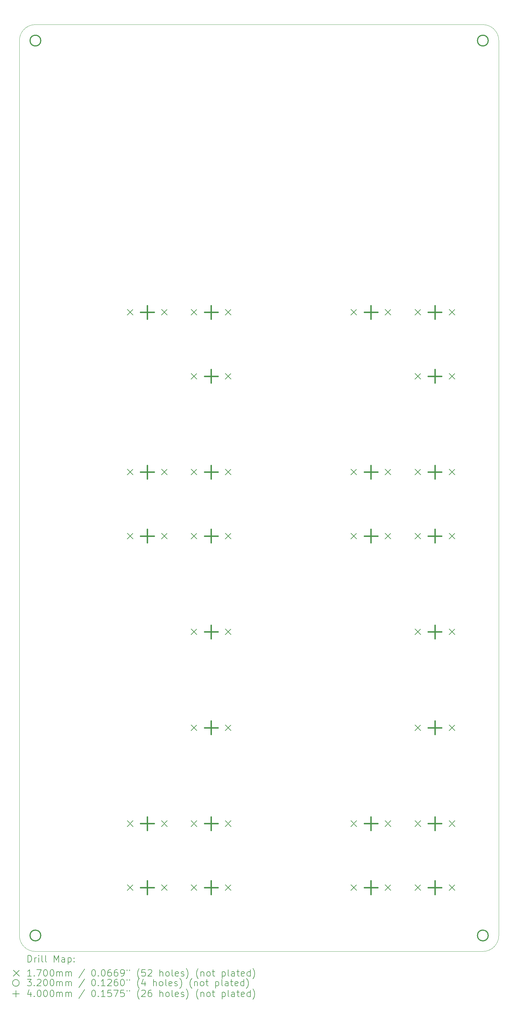
<source format=gbr>
%FSLAX45Y45*%
G04 Gerber Fmt 4.5, Leading zero omitted, Abs format (unit mm)*
G04 Created by KiCad (PCBNEW (6.0.2)) date 2023-01-10 12:42:33*
%MOMM*%
%LPD*%
G01*
G04 APERTURE LIST*
%TA.AperFunction,Profile*%
%ADD10C,0.100000*%
%TD*%
%ADD11C,0.200000*%
%ADD12C,0.170000*%
%ADD13C,0.320000*%
%ADD14C,0.400000*%
G04 APERTURE END LIST*
D10*
X8075000Y-5700000D02*
X21375000Y-5700000D01*
X21850000Y-6175000D02*
G75*
G03*
X21375000Y-5700000I-475000J0D01*
G01*
X21850000Y-32775000D02*
X21850000Y-6175000D01*
X8075000Y-5700000D02*
G75*
G03*
X7600000Y-6175000I0J-475000D01*
G01*
X7600000Y-32775000D02*
X7600000Y-6175000D01*
X7600000Y-32775000D02*
G75*
G03*
X8075000Y-33250000I475000J0D01*
G01*
X21375000Y-33250000D02*
X8075000Y-33250000D01*
X21375000Y-33250000D02*
G75*
G03*
X21850000Y-32775000I0J475000D01*
G01*
D11*
D12*
X10807000Y-14165000D02*
X10977000Y-14335000D01*
X10977000Y-14165000D02*
X10807000Y-14335000D01*
X10807000Y-18915000D02*
X10977000Y-19085000D01*
X10977000Y-18915000D02*
X10807000Y-19085000D01*
X10807000Y-20815000D02*
X10977000Y-20985000D01*
X10977000Y-20815000D02*
X10807000Y-20985000D01*
X10807000Y-29365000D02*
X10977000Y-29535000D01*
X10977000Y-29365000D02*
X10807000Y-29535000D01*
X10807000Y-31265000D02*
X10977000Y-31435000D01*
X10977000Y-31265000D02*
X10807000Y-31435000D01*
X11823000Y-14165000D02*
X11993000Y-14335000D01*
X11993000Y-14165000D02*
X11823000Y-14335000D01*
X11823000Y-18915000D02*
X11993000Y-19085000D01*
X11993000Y-18915000D02*
X11823000Y-19085000D01*
X11823000Y-20815000D02*
X11993000Y-20985000D01*
X11993000Y-20815000D02*
X11823000Y-20985000D01*
X11823000Y-29365000D02*
X11993000Y-29535000D01*
X11993000Y-29365000D02*
X11823000Y-29535000D01*
X11823000Y-31265000D02*
X11993000Y-31435000D01*
X11993000Y-31265000D02*
X11823000Y-31435000D01*
X12707000Y-14165000D02*
X12877000Y-14335000D01*
X12877000Y-14165000D02*
X12707000Y-14335000D01*
X12707000Y-16065000D02*
X12877000Y-16235000D01*
X12877000Y-16065000D02*
X12707000Y-16235000D01*
X12707000Y-18915000D02*
X12877000Y-19085000D01*
X12877000Y-18915000D02*
X12707000Y-19085000D01*
X12707000Y-20815000D02*
X12877000Y-20985000D01*
X12877000Y-20815000D02*
X12707000Y-20985000D01*
X12707000Y-23665000D02*
X12877000Y-23835000D01*
X12877000Y-23665000D02*
X12707000Y-23835000D01*
X12707000Y-26515000D02*
X12877000Y-26685000D01*
X12877000Y-26515000D02*
X12707000Y-26685000D01*
X12707000Y-29365000D02*
X12877000Y-29535000D01*
X12877000Y-29365000D02*
X12707000Y-29535000D01*
X12707000Y-31265000D02*
X12877000Y-31435000D01*
X12877000Y-31265000D02*
X12707000Y-31435000D01*
X13723000Y-14165000D02*
X13893000Y-14335000D01*
X13893000Y-14165000D02*
X13723000Y-14335000D01*
X13723000Y-16065000D02*
X13893000Y-16235000D01*
X13893000Y-16065000D02*
X13723000Y-16235000D01*
X13723000Y-18915000D02*
X13893000Y-19085000D01*
X13893000Y-18915000D02*
X13723000Y-19085000D01*
X13723000Y-20815000D02*
X13893000Y-20985000D01*
X13893000Y-20815000D02*
X13723000Y-20985000D01*
X13723000Y-23665000D02*
X13893000Y-23835000D01*
X13893000Y-23665000D02*
X13723000Y-23835000D01*
X13723000Y-26515000D02*
X13893000Y-26685000D01*
X13893000Y-26515000D02*
X13723000Y-26685000D01*
X13723000Y-29365000D02*
X13893000Y-29535000D01*
X13893000Y-29365000D02*
X13723000Y-29535000D01*
X13723000Y-31265000D02*
X13893000Y-31435000D01*
X13893000Y-31265000D02*
X13723000Y-31435000D01*
X17457000Y-14165000D02*
X17627000Y-14335000D01*
X17627000Y-14165000D02*
X17457000Y-14335000D01*
X17457000Y-18915000D02*
X17627000Y-19085000D01*
X17627000Y-18915000D02*
X17457000Y-19085000D01*
X17457000Y-20815000D02*
X17627000Y-20985000D01*
X17627000Y-20815000D02*
X17457000Y-20985000D01*
X17457000Y-29365000D02*
X17627000Y-29535000D01*
X17627000Y-29365000D02*
X17457000Y-29535000D01*
X17457000Y-31265000D02*
X17627000Y-31435000D01*
X17627000Y-31265000D02*
X17457000Y-31435000D01*
X18473000Y-14165000D02*
X18643000Y-14335000D01*
X18643000Y-14165000D02*
X18473000Y-14335000D01*
X18473000Y-18915000D02*
X18643000Y-19085000D01*
X18643000Y-18915000D02*
X18473000Y-19085000D01*
X18473000Y-20815000D02*
X18643000Y-20985000D01*
X18643000Y-20815000D02*
X18473000Y-20985000D01*
X18473000Y-29365000D02*
X18643000Y-29535000D01*
X18643000Y-29365000D02*
X18473000Y-29535000D01*
X18473000Y-31265000D02*
X18643000Y-31435000D01*
X18643000Y-31265000D02*
X18473000Y-31435000D01*
X19357000Y-14165000D02*
X19527000Y-14335000D01*
X19527000Y-14165000D02*
X19357000Y-14335000D01*
X19357000Y-16065000D02*
X19527000Y-16235000D01*
X19527000Y-16065000D02*
X19357000Y-16235000D01*
X19357000Y-18915000D02*
X19527000Y-19085000D01*
X19527000Y-18915000D02*
X19357000Y-19085000D01*
X19357000Y-20815000D02*
X19527000Y-20985000D01*
X19527000Y-20815000D02*
X19357000Y-20985000D01*
X19357000Y-23665000D02*
X19527000Y-23835000D01*
X19527000Y-23665000D02*
X19357000Y-23835000D01*
X19357000Y-26515000D02*
X19527000Y-26685000D01*
X19527000Y-26515000D02*
X19357000Y-26685000D01*
X19357000Y-29365000D02*
X19527000Y-29535000D01*
X19527000Y-29365000D02*
X19357000Y-29535000D01*
X19357000Y-31265000D02*
X19527000Y-31435000D01*
X19527000Y-31265000D02*
X19357000Y-31435000D01*
X20373000Y-14165000D02*
X20543000Y-14335000D01*
X20543000Y-14165000D02*
X20373000Y-14335000D01*
X20373000Y-16065000D02*
X20543000Y-16235000D01*
X20543000Y-16065000D02*
X20373000Y-16235000D01*
X20373000Y-18915000D02*
X20543000Y-19085000D01*
X20543000Y-18915000D02*
X20373000Y-19085000D01*
X20373000Y-20815000D02*
X20543000Y-20985000D01*
X20543000Y-20815000D02*
X20373000Y-20985000D01*
X20373000Y-23665000D02*
X20543000Y-23835000D01*
X20543000Y-23665000D02*
X20373000Y-23835000D01*
X20373000Y-26515000D02*
X20543000Y-26685000D01*
X20543000Y-26515000D02*
X20373000Y-26685000D01*
X20373000Y-29365000D02*
X20543000Y-29535000D01*
X20543000Y-29365000D02*
X20373000Y-29535000D01*
X20373000Y-31265000D02*
X20543000Y-31435000D01*
X20543000Y-31265000D02*
X20373000Y-31435000D01*
D13*
X8235000Y-6175000D02*
G75*
G03*
X8235000Y-6175000I-160000J0D01*
G01*
X8235000Y-32775000D02*
G75*
G03*
X8235000Y-32775000I-160000J0D01*
G01*
X21535000Y-6175000D02*
G75*
G03*
X21535000Y-6175000I-160000J0D01*
G01*
X21535000Y-32775000D02*
G75*
G03*
X21535000Y-32775000I-160000J0D01*
G01*
D14*
X11400000Y-14050000D02*
X11400000Y-14450000D01*
X11200000Y-14250000D02*
X11600000Y-14250000D01*
X11400000Y-18800000D02*
X11400000Y-19200000D01*
X11200000Y-19000000D02*
X11600000Y-19000000D01*
X11400000Y-20700000D02*
X11400000Y-21100000D01*
X11200000Y-20900000D02*
X11600000Y-20900000D01*
X11400000Y-29250000D02*
X11400000Y-29650000D01*
X11200000Y-29450000D02*
X11600000Y-29450000D01*
X11400000Y-31150000D02*
X11400000Y-31550000D01*
X11200000Y-31350000D02*
X11600000Y-31350000D01*
X13300000Y-14050000D02*
X13300000Y-14450000D01*
X13100000Y-14250000D02*
X13500000Y-14250000D01*
X13300000Y-15950000D02*
X13300000Y-16350000D01*
X13100000Y-16150000D02*
X13500000Y-16150000D01*
X13300000Y-18800000D02*
X13300000Y-19200000D01*
X13100000Y-19000000D02*
X13500000Y-19000000D01*
X13300000Y-20700000D02*
X13300000Y-21100000D01*
X13100000Y-20900000D02*
X13500000Y-20900000D01*
X13300000Y-23550000D02*
X13300000Y-23950000D01*
X13100000Y-23750000D02*
X13500000Y-23750000D01*
X13300000Y-26400000D02*
X13300000Y-26800000D01*
X13100000Y-26600000D02*
X13500000Y-26600000D01*
X13300000Y-29250000D02*
X13300000Y-29650000D01*
X13100000Y-29450000D02*
X13500000Y-29450000D01*
X13300000Y-31150000D02*
X13300000Y-31550000D01*
X13100000Y-31350000D02*
X13500000Y-31350000D01*
X18050000Y-14050000D02*
X18050000Y-14450000D01*
X17850000Y-14250000D02*
X18250000Y-14250000D01*
X18050000Y-18800000D02*
X18050000Y-19200000D01*
X17850000Y-19000000D02*
X18250000Y-19000000D01*
X18050000Y-20700000D02*
X18050000Y-21100000D01*
X17850000Y-20900000D02*
X18250000Y-20900000D01*
X18050000Y-29250000D02*
X18050000Y-29650000D01*
X17850000Y-29450000D02*
X18250000Y-29450000D01*
X18050000Y-31150000D02*
X18050000Y-31550000D01*
X17850000Y-31350000D02*
X18250000Y-31350000D01*
X19950000Y-14050000D02*
X19950000Y-14450000D01*
X19750000Y-14250000D02*
X20150000Y-14250000D01*
X19950000Y-15950000D02*
X19950000Y-16350000D01*
X19750000Y-16150000D02*
X20150000Y-16150000D01*
X19950000Y-18800000D02*
X19950000Y-19200000D01*
X19750000Y-19000000D02*
X20150000Y-19000000D01*
X19950000Y-20700000D02*
X19950000Y-21100000D01*
X19750000Y-20900000D02*
X20150000Y-20900000D01*
X19950000Y-23550000D02*
X19950000Y-23950000D01*
X19750000Y-23750000D02*
X20150000Y-23750000D01*
X19950000Y-26400000D02*
X19950000Y-26800000D01*
X19750000Y-26600000D02*
X20150000Y-26600000D01*
X19950000Y-29250000D02*
X19950000Y-29650000D01*
X19750000Y-29450000D02*
X20150000Y-29450000D01*
X19950000Y-31150000D02*
X19950000Y-31550000D01*
X19750000Y-31350000D02*
X20150000Y-31350000D01*
D11*
X7852619Y-33565476D02*
X7852619Y-33365476D01*
X7900238Y-33365476D01*
X7928809Y-33375000D01*
X7947857Y-33394048D01*
X7957381Y-33413095D01*
X7966905Y-33451190D01*
X7966905Y-33479762D01*
X7957381Y-33517857D01*
X7947857Y-33536905D01*
X7928809Y-33555952D01*
X7900238Y-33565476D01*
X7852619Y-33565476D01*
X8052619Y-33565476D02*
X8052619Y-33432143D01*
X8052619Y-33470238D02*
X8062143Y-33451190D01*
X8071667Y-33441667D01*
X8090714Y-33432143D01*
X8109762Y-33432143D01*
X8176428Y-33565476D02*
X8176428Y-33432143D01*
X8176428Y-33365476D02*
X8166905Y-33375000D01*
X8176428Y-33384524D01*
X8185952Y-33375000D01*
X8176428Y-33365476D01*
X8176428Y-33384524D01*
X8300238Y-33565476D02*
X8281190Y-33555952D01*
X8271667Y-33536905D01*
X8271667Y-33365476D01*
X8405000Y-33565476D02*
X8385952Y-33555952D01*
X8376428Y-33536905D01*
X8376428Y-33365476D01*
X8633571Y-33565476D02*
X8633571Y-33365476D01*
X8700238Y-33508333D01*
X8766905Y-33365476D01*
X8766905Y-33565476D01*
X8947857Y-33565476D02*
X8947857Y-33460714D01*
X8938333Y-33441667D01*
X8919286Y-33432143D01*
X8881190Y-33432143D01*
X8862143Y-33441667D01*
X8947857Y-33555952D02*
X8928810Y-33565476D01*
X8881190Y-33565476D01*
X8862143Y-33555952D01*
X8852619Y-33536905D01*
X8852619Y-33517857D01*
X8862143Y-33498809D01*
X8881190Y-33489286D01*
X8928810Y-33489286D01*
X8947857Y-33479762D01*
X9043095Y-33432143D02*
X9043095Y-33632143D01*
X9043095Y-33441667D02*
X9062143Y-33432143D01*
X9100238Y-33432143D01*
X9119286Y-33441667D01*
X9128810Y-33451190D01*
X9138333Y-33470238D01*
X9138333Y-33527381D01*
X9128810Y-33546428D01*
X9119286Y-33555952D01*
X9100238Y-33565476D01*
X9062143Y-33565476D01*
X9043095Y-33555952D01*
X9224048Y-33546428D02*
X9233571Y-33555952D01*
X9224048Y-33565476D01*
X9214524Y-33555952D01*
X9224048Y-33546428D01*
X9224048Y-33565476D01*
X9224048Y-33441667D02*
X9233571Y-33451190D01*
X9224048Y-33460714D01*
X9214524Y-33451190D01*
X9224048Y-33441667D01*
X9224048Y-33460714D01*
D12*
X7425000Y-33810000D02*
X7595000Y-33980000D01*
X7595000Y-33810000D02*
X7425000Y-33980000D01*
D11*
X7957381Y-33985476D02*
X7843095Y-33985476D01*
X7900238Y-33985476D02*
X7900238Y-33785476D01*
X7881190Y-33814048D01*
X7862143Y-33833095D01*
X7843095Y-33842619D01*
X8043095Y-33966429D02*
X8052619Y-33975952D01*
X8043095Y-33985476D01*
X8033571Y-33975952D01*
X8043095Y-33966429D01*
X8043095Y-33985476D01*
X8119286Y-33785476D02*
X8252619Y-33785476D01*
X8166905Y-33985476D01*
X8366905Y-33785476D02*
X8385952Y-33785476D01*
X8405000Y-33795000D01*
X8414524Y-33804524D01*
X8424048Y-33823571D01*
X8433571Y-33861667D01*
X8433571Y-33909286D01*
X8424048Y-33947381D01*
X8414524Y-33966429D01*
X8405000Y-33975952D01*
X8385952Y-33985476D01*
X8366905Y-33985476D01*
X8347857Y-33975952D01*
X8338333Y-33966429D01*
X8328809Y-33947381D01*
X8319286Y-33909286D01*
X8319286Y-33861667D01*
X8328809Y-33823571D01*
X8338333Y-33804524D01*
X8347857Y-33795000D01*
X8366905Y-33785476D01*
X8557381Y-33785476D02*
X8576429Y-33785476D01*
X8595476Y-33795000D01*
X8605000Y-33804524D01*
X8614524Y-33823571D01*
X8624048Y-33861667D01*
X8624048Y-33909286D01*
X8614524Y-33947381D01*
X8605000Y-33966429D01*
X8595476Y-33975952D01*
X8576429Y-33985476D01*
X8557381Y-33985476D01*
X8538333Y-33975952D01*
X8528810Y-33966429D01*
X8519286Y-33947381D01*
X8509762Y-33909286D01*
X8509762Y-33861667D01*
X8519286Y-33823571D01*
X8528810Y-33804524D01*
X8538333Y-33795000D01*
X8557381Y-33785476D01*
X8709762Y-33985476D02*
X8709762Y-33852143D01*
X8709762Y-33871190D02*
X8719286Y-33861667D01*
X8738333Y-33852143D01*
X8766905Y-33852143D01*
X8785952Y-33861667D01*
X8795476Y-33880714D01*
X8795476Y-33985476D01*
X8795476Y-33880714D02*
X8805000Y-33861667D01*
X8824048Y-33852143D01*
X8852619Y-33852143D01*
X8871667Y-33861667D01*
X8881190Y-33880714D01*
X8881190Y-33985476D01*
X8976429Y-33985476D02*
X8976429Y-33852143D01*
X8976429Y-33871190D02*
X8985952Y-33861667D01*
X9005000Y-33852143D01*
X9033571Y-33852143D01*
X9052619Y-33861667D01*
X9062143Y-33880714D01*
X9062143Y-33985476D01*
X9062143Y-33880714D02*
X9071667Y-33861667D01*
X9090714Y-33852143D01*
X9119286Y-33852143D01*
X9138333Y-33861667D01*
X9147857Y-33880714D01*
X9147857Y-33985476D01*
X9538333Y-33775952D02*
X9366905Y-34033095D01*
X9795476Y-33785476D02*
X9814524Y-33785476D01*
X9833571Y-33795000D01*
X9843095Y-33804524D01*
X9852619Y-33823571D01*
X9862143Y-33861667D01*
X9862143Y-33909286D01*
X9852619Y-33947381D01*
X9843095Y-33966429D01*
X9833571Y-33975952D01*
X9814524Y-33985476D01*
X9795476Y-33985476D01*
X9776429Y-33975952D01*
X9766905Y-33966429D01*
X9757381Y-33947381D01*
X9747857Y-33909286D01*
X9747857Y-33861667D01*
X9757381Y-33823571D01*
X9766905Y-33804524D01*
X9776429Y-33795000D01*
X9795476Y-33785476D01*
X9947857Y-33966429D02*
X9957381Y-33975952D01*
X9947857Y-33985476D01*
X9938333Y-33975952D01*
X9947857Y-33966429D01*
X9947857Y-33985476D01*
X10081190Y-33785476D02*
X10100238Y-33785476D01*
X10119286Y-33795000D01*
X10128810Y-33804524D01*
X10138333Y-33823571D01*
X10147857Y-33861667D01*
X10147857Y-33909286D01*
X10138333Y-33947381D01*
X10128810Y-33966429D01*
X10119286Y-33975952D01*
X10100238Y-33985476D01*
X10081190Y-33985476D01*
X10062143Y-33975952D01*
X10052619Y-33966429D01*
X10043095Y-33947381D01*
X10033571Y-33909286D01*
X10033571Y-33861667D01*
X10043095Y-33823571D01*
X10052619Y-33804524D01*
X10062143Y-33795000D01*
X10081190Y-33785476D01*
X10319286Y-33785476D02*
X10281190Y-33785476D01*
X10262143Y-33795000D01*
X10252619Y-33804524D01*
X10233571Y-33833095D01*
X10224048Y-33871190D01*
X10224048Y-33947381D01*
X10233571Y-33966429D01*
X10243095Y-33975952D01*
X10262143Y-33985476D01*
X10300238Y-33985476D01*
X10319286Y-33975952D01*
X10328810Y-33966429D01*
X10338333Y-33947381D01*
X10338333Y-33899762D01*
X10328810Y-33880714D01*
X10319286Y-33871190D01*
X10300238Y-33861667D01*
X10262143Y-33861667D01*
X10243095Y-33871190D01*
X10233571Y-33880714D01*
X10224048Y-33899762D01*
X10509762Y-33785476D02*
X10471667Y-33785476D01*
X10452619Y-33795000D01*
X10443095Y-33804524D01*
X10424048Y-33833095D01*
X10414524Y-33871190D01*
X10414524Y-33947381D01*
X10424048Y-33966429D01*
X10433571Y-33975952D01*
X10452619Y-33985476D01*
X10490714Y-33985476D01*
X10509762Y-33975952D01*
X10519286Y-33966429D01*
X10528810Y-33947381D01*
X10528810Y-33899762D01*
X10519286Y-33880714D01*
X10509762Y-33871190D01*
X10490714Y-33861667D01*
X10452619Y-33861667D01*
X10433571Y-33871190D01*
X10424048Y-33880714D01*
X10414524Y-33899762D01*
X10624048Y-33985476D02*
X10662143Y-33985476D01*
X10681190Y-33975952D01*
X10690714Y-33966429D01*
X10709762Y-33937857D01*
X10719286Y-33899762D01*
X10719286Y-33823571D01*
X10709762Y-33804524D01*
X10700238Y-33795000D01*
X10681190Y-33785476D01*
X10643095Y-33785476D01*
X10624048Y-33795000D01*
X10614524Y-33804524D01*
X10605000Y-33823571D01*
X10605000Y-33871190D01*
X10614524Y-33890238D01*
X10624048Y-33899762D01*
X10643095Y-33909286D01*
X10681190Y-33909286D01*
X10700238Y-33899762D01*
X10709762Y-33890238D01*
X10719286Y-33871190D01*
X10795476Y-33785476D02*
X10795476Y-33823571D01*
X10871667Y-33785476D02*
X10871667Y-33823571D01*
X11166905Y-34061667D02*
X11157381Y-34052143D01*
X11138333Y-34023571D01*
X11128810Y-34004524D01*
X11119286Y-33975952D01*
X11109762Y-33928333D01*
X11109762Y-33890238D01*
X11119286Y-33842619D01*
X11128810Y-33814048D01*
X11138333Y-33795000D01*
X11157381Y-33766429D01*
X11166905Y-33756905D01*
X11338333Y-33785476D02*
X11243095Y-33785476D01*
X11233571Y-33880714D01*
X11243095Y-33871190D01*
X11262143Y-33861667D01*
X11309762Y-33861667D01*
X11328809Y-33871190D01*
X11338333Y-33880714D01*
X11347857Y-33899762D01*
X11347857Y-33947381D01*
X11338333Y-33966429D01*
X11328809Y-33975952D01*
X11309762Y-33985476D01*
X11262143Y-33985476D01*
X11243095Y-33975952D01*
X11233571Y-33966429D01*
X11424048Y-33804524D02*
X11433571Y-33795000D01*
X11452619Y-33785476D01*
X11500238Y-33785476D01*
X11519286Y-33795000D01*
X11528809Y-33804524D01*
X11538333Y-33823571D01*
X11538333Y-33842619D01*
X11528809Y-33871190D01*
X11414524Y-33985476D01*
X11538333Y-33985476D01*
X11776428Y-33985476D02*
X11776428Y-33785476D01*
X11862143Y-33985476D02*
X11862143Y-33880714D01*
X11852619Y-33861667D01*
X11833571Y-33852143D01*
X11805000Y-33852143D01*
X11785952Y-33861667D01*
X11776428Y-33871190D01*
X11985952Y-33985476D02*
X11966905Y-33975952D01*
X11957381Y-33966429D01*
X11947857Y-33947381D01*
X11947857Y-33890238D01*
X11957381Y-33871190D01*
X11966905Y-33861667D01*
X11985952Y-33852143D01*
X12014524Y-33852143D01*
X12033571Y-33861667D01*
X12043095Y-33871190D01*
X12052619Y-33890238D01*
X12052619Y-33947381D01*
X12043095Y-33966429D01*
X12033571Y-33975952D01*
X12014524Y-33985476D01*
X11985952Y-33985476D01*
X12166905Y-33985476D02*
X12147857Y-33975952D01*
X12138333Y-33956905D01*
X12138333Y-33785476D01*
X12319286Y-33975952D02*
X12300238Y-33985476D01*
X12262143Y-33985476D01*
X12243095Y-33975952D01*
X12233571Y-33956905D01*
X12233571Y-33880714D01*
X12243095Y-33861667D01*
X12262143Y-33852143D01*
X12300238Y-33852143D01*
X12319286Y-33861667D01*
X12328809Y-33880714D01*
X12328809Y-33899762D01*
X12233571Y-33918810D01*
X12405000Y-33975952D02*
X12424048Y-33985476D01*
X12462143Y-33985476D01*
X12481190Y-33975952D01*
X12490714Y-33956905D01*
X12490714Y-33947381D01*
X12481190Y-33928333D01*
X12462143Y-33918810D01*
X12433571Y-33918810D01*
X12414524Y-33909286D01*
X12405000Y-33890238D01*
X12405000Y-33880714D01*
X12414524Y-33861667D01*
X12433571Y-33852143D01*
X12462143Y-33852143D01*
X12481190Y-33861667D01*
X12557381Y-34061667D02*
X12566905Y-34052143D01*
X12585952Y-34023571D01*
X12595476Y-34004524D01*
X12605000Y-33975952D01*
X12614524Y-33928333D01*
X12614524Y-33890238D01*
X12605000Y-33842619D01*
X12595476Y-33814048D01*
X12585952Y-33795000D01*
X12566905Y-33766429D01*
X12557381Y-33756905D01*
X12919286Y-34061667D02*
X12909762Y-34052143D01*
X12890714Y-34023571D01*
X12881190Y-34004524D01*
X12871667Y-33975952D01*
X12862143Y-33928333D01*
X12862143Y-33890238D01*
X12871667Y-33842619D01*
X12881190Y-33814048D01*
X12890714Y-33795000D01*
X12909762Y-33766429D01*
X12919286Y-33756905D01*
X12995476Y-33852143D02*
X12995476Y-33985476D01*
X12995476Y-33871190D02*
X13005000Y-33861667D01*
X13024048Y-33852143D01*
X13052619Y-33852143D01*
X13071667Y-33861667D01*
X13081190Y-33880714D01*
X13081190Y-33985476D01*
X13205000Y-33985476D02*
X13185952Y-33975952D01*
X13176428Y-33966429D01*
X13166905Y-33947381D01*
X13166905Y-33890238D01*
X13176428Y-33871190D01*
X13185952Y-33861667D01*
X13205000Y-33852143D01*
X13233571Y-33852143D01*
X13252619Y-33861667D01*
X13262143Y-33871190D01*
X13271667Y-33890238D01*
X13271667Y-33947381D01*
X13262143Y-33966429D01*
X13252619Y-33975952D01*
X13233571Y-33985476D01*
X13205000Y-33985476D01*
X13328809Y-33852143D02*
X13405000Y-33852143D01*
X13357381Y-33785476D02*
X13357381Y-33956905D01*
X13366905Y-33975952D01*
X13385952Y-33985476D01*
X13405000Y-33985476D01*
X13624048Y-33852143D02*
X13624048Y-34052143D01*
X13624048Y-33861667D02*
X13643095Y-33852143D01*
X13681190Y-33852143D01*
X13700238Y-33861667D01*
X13709762Y-33871190D01*
X13719286Y-33890238D01*
X13719286Y-33947381D01*
X13709762Y-33966429D01*
X13700238Y-33975952D01*
X13681190Y-33985476D01*
X13643095Y-33985476D01*
X13624048Y-33975952D01*
X13833571Y-33985476D02*
X13814524Y-33975952D01*
X13805000Y-33956905D01*
X13805000Y-33785476D01*
X13995476Y-33985476D02*
X13995476Y-33880714D01*
X13985952Y-33861667D01*
X13966905Y-33852143D01*
X13928809Y-33852143D01*
X13909762Y-33861667D01*
X13995476Y-33975952D02*
X13976428Y-33985476D01*
X13928809Y-33985476D01*
X13909762Y-33975952D01*
X13900238Y-33956905D01*
X13900238Y-33937857D01*
X13909762Y-33918810D01*
X13928809Y-33909286D01*
X13976428Y-33909286D01*
X13995476Y-33899762D01*
X14062143Y-33852143D02*
X14138333Y-33852143D01*
X14090714Y-33785476D02*
X14090714Y-33956905D01*
X14100238Y-33975952D01*
X14119286Y-33985476D01*
X14138333Y-33985476D01*
X14281190Y-33975952D02*
X14262143Y-33985476D01*
X14224048Y-33985476D01*
X14205000Y-33975952D01*
X14195476Y-33956905D01*
X14195476Y-33880714D01*
X14205000Y-33861667D01*
X14224048Y-33852143D01*
X14262143Y-33852143D01*
X14281190Y-33861667D01*
X14290714Y-33880714D01*
X14290714Y-33899762D01*
X14195476Y-33918810D01*
X14462143Y-33985476D02*
X14462143Y-33785476D01*
X14462143Y-33975952D02*
X14443095Y-33985476D01*
X14405000Y-33985476D01*
X14385952Y-33975952D01*
X14376428Y-33966429D01*
X14366905Y-33947381D01*
X14366905Y-33890238D01*
X14376428Y-33871190D01*
X14385952Y-33861667D01*
X14405000Y-33852143D01*
X14443095Y-33852143D01*
X14462143Y-33861667D01*
X14538333Y-34061667D02*
X14547857Y-34052143D01*
X14566905Y-34023571D01*
X14576428Y-34004524D01*
X14585952Y-33975952D01*
X14595476Y-33928333D01*
X14595476Y-33890238D01*
X14585952Y-33842619D01*
X14576428Y-33814048D01*
X14566905Y-33795000D01*
X14547857Y-33766429D01*
X14538333Y-33756905D01*
X7595000Y-34185000D02*
G75*
G03*
X7595000Y-34185000I-100000J0D01*
G01*
X7833571Y-34075476D02*
X7957381Y-34075476D01*
X7890714Y-34151667D01*
X7919286Y-34151667D01*
X7938333Y-34161190D01*
X7947857Y-34170714D01*
X7957381Y-34189762D01*
X7957381Y-34237381D01*
X7947857Y-34256429D01*
X7938333Y-34265952D01*
X7919286Y-34275476D01*
X7862143Y-34275476D01*
X7843095Y-34265952D01*
X7833571Y-34256429D01*
X8043095Y-34256429D02*
X8052619Y-34265952D01*
X8043095Y-34275476D01*
X8033571Y-34265952D01*
X8043095Y-34256429D01*
X8043095Y-34275476D01*
X8128809Y-34094524D02*
X8138333Y-34085000D01*
X8157381Y-34075476D01*
X8205000Y-34075476D01*
X8224048Y-34085000D01*
X8233571Y-34094524D01*
X8243095Y-34113571D01*
X8243095Y-34132619D01*
X8233571Y-34161190D01*
X8119286Y-34275476D01*
X8243095Y-34275476D01*
X8366905Y-34075476D02*
X8385952Y-34075476D01*
X8405000Y-34085000D01*
X8414524Y-34094524D01*
X8424048Y-34113571D01*
X8433571Y-34151667D01*
X8433571Y-34199286D01*
X8424048Y-34237381D01*
X8414524Y-34256429D01*
X8405000Y-34265952D01*
X8385952Y-34275476D01*
X8366905Y-34275476D01*
X8347857Y-34265952D01*
X8338333Y-34256429D01*
X8328809Y-34237381D01*
X8319286Y-34199286D01*
X8319286Y-34151667D01*
X8328809Y-34113571D01*
X8338333Y-34094524D01*
X8347857Y-34085000D01*
X8366905Y-34075476D01*
X8557381Y-34075476D02*
X8576429Y-34075476D01*
X8595476Y-34085000D01*
X8605000Y-34094524D01*
X8614524Y-34113571D01*
X8624048Y-34151667D01*
X8624048Y-34199286D01*
X8614524Y-34237381D01*
X8605000Y-34256429D01*
X8595476Y-34265952D01*
X8576429Y-34275476D01*
X8557381Y-34275476D01*
X8538333Y-34265952D01*
X8528810Y-34256429D01*
X8519286Y-34237381D01*
X8509762Y-34199286D01*
X8509762Y-34151667D01*
X8519286Y-34113571D01*
X8528810Y-34094524D01*
X8538333Y-34085000D01*
X8557381Y-34075476D01*
X8709762Y-34275476D02*
X8709762Y-34142143D01*
X8709762Y-34161190D02*
X8719286Y-34151667D01*
X8738333Y-34142143D01*
X8766905Y-34142143D01*
X8785952Y-34151667D01*
X8795476Y-34170714D01*
X8795476Y-34275476D01*
X8795476Y-34170714D02*
X8805000Y-34151667D01*
X8824048Y-34142143D01*
X8852619Y-34142143D01*
X8871667Y-34151667D01*
X8881190Y-34170714D01*
X8881190Y-34275476D01*
X8976429Y-34275476D02*
X8976429Y-34142143D01*
X8976429Y-34161190D02*
X8985952Y-34151667D01*
X9005000Y-34142143D01*
X9033571Y-34142143D01*
X9052619Y-34151667D01*
X9062143Y-34170714D01*
X9062143Y-34275476D01*
X9062143Y-34170714D02*
X9071667Y-34151667D01*
X9090714Y-34142143D01*
X9119286Y-34142143D01*
X9138333Y-34151667D01*
X9147857Y-34170714D01*
X9147857Y-34275476D01*
X9538333Y-34065952D02*
X9366905Y-34323095D01*
X9795476Y-34075476D02*
X9814524Y-34075476D01*
X9833571Y-34085000D01*
X9843095Y-34094524D01*
X9852619Y-34113571D01*
X9862143Y-34151667D01*
X9862143Y-34199286D01*
X9852619Y-34237381D01*
X9843095Y-34256429D01*
X9833571Y-34265952D01*
X9814524Y-34275476D01*
X9795476Y-34275476D01*
X9776429Y-34265952D01*
X9766905Y-34256429D01*
X9757381Y-34237381D01*
X9747857Y-34199286D01*
X9747857Y-34151667D01*
X9757381Y-34113571D01*
X9766905Y-34094524D01*
X9776429Y-34085000D01*
X9795476Y-34075476D01*
X9947857Y-34256429D02*
X9957381Y-34265952D01*
X9947857Y-34275476D01*
X9938333Y-34265952D01*
X9947857Y-34256429D01*
X9947857Y-34275476D01*
X10147857Y-34275476D02*
X10033571Y-34275476D01*
X10090714Y-34275476D02*
X10090714Y-34075476D01*
X10071667Y-34104048D01*
X10052619Y-34123095D01*
X10033571Y-34132619D01*
X10224048Y-34094524D02*
X10233571Y-34085000D01*
X10252619Y-34075476D01*
X10300238Y-34075476D01*
X10319286Y-34085000D01*
X10328810Y-34094524D01*
X10338333Y-34113571D01*
X10338333Y-34132619D01*
X10328810Y-34161190D01*
X10214524Y-34275476D01*
X10338333Y-34275476D01*
X10509762Y-34075476D02*
X10471667Y-34075476D01*
X10452619Y-34085000D01*
X10443095Y-34094524D01*
X10424048Y-34123095D01*
X10414524Y-34161190D01*
X10414524Y-34237381D01*
X10424048Y-34256429D01*
X10433571Y-34265952D01*
X10452619Y-34275476D01*
X10490714Y-34275476D01*
X10509762Y-34265952D01*
X10519286Y-34256429D01*
X10528810Y-34237381D01*
X10528810Y-34189762D01*
X10519286Y-34170714D01*
X10509762Y-34161190D01*
X10490714Y-34151667D01*
X10452619Y-34151667D01*
X10433571Y-34161190D01*
X10424048Y-34170714D01*
X10414524Y-34189762D01*
X10652619Y-34075476D02*
X10671667Y-34075476D01*
X10690714Y-34085000D01*
X10700238Y-34094524D01*
X10709762Y-34113571D01*
X10719286Y-34151667D01*
X10719286Y-34199286D01*
X10709762Y-34237381D01*
X10700238Y-34256429D01*
X10690714Y-34265952D01*
X10671667Y-34275476D01*
X10652619Y-34275476D01*
X10633571Y-34265952D01*
X10624048Y-34256429D01*
X10614524Y-34237381D01*
X10605000Y-34199286D01*
X10605000Y-34151667D01*
X10614524Y-34113571D01*
X10624048Y-34094524D01*
X10633571Y-34085000D01*
X10652619Y-34075476D01*
X10795476Y-34075476D02*
X10795476Y-34113571D01*
X10871667Y-34075476D02*
X10871667Y-34113571D01*
X11166905Y-34351667D02*
X11157381Y-34342143D01*
X11138333Y-34313571D01*
X11128810Y-34294524D01*
X11119286Y-34265952D01*
X11109762Y-34218333D01*
X11109762Y-34180238D01*
X11119286Y-34132619D01*
X11128810Y-34104048D01*
X11138333Y-34085000D01*
X11157381Y-34056429D01*
X11166905Y-34046905D01*
X11328809Y-34142143D02*
X11328809Y-34275476D01*
X11281190Y-34065952D02*
X11233571Y-34208810D01*
X11357381Y-34208810D01*
X11585952Y-34275476D02*
X11585952Y-34075476D01*
X11671667Y-34275476D02*
X11671667Y-34170714D01*
X11662143Y-34151667D01*
X11643095Y-34142143D01*
X11614524Y-34142143D01*
X11595476Y-34151667D01*
X11585952Y-34161190D01*
X11795476Y-34275476D02*
X11776428Y-34265952D01*
X11766905Y-34256429D01*
X11757381Y-34237381D01*
X11757381Y-34180238D01*
X11766905Y-34161190D01*
X11776428Y-34151667D01*
X11795476Y-34142143D01*
X11824048Y-34142143D01*
X11843095Y-34151667D01*
X11852619Y-34161190D01*
X11862143Y-34180238D01*
X11862143Y-34237381D01*
X11852619Y-34256429D01*
X11843095Y-34265952D01*
X11824048Y-34275476D01*
X11795476Y-34275476D01*
X11976428Y-34275476D02*
X11957381Y-34265952D01*
X11947857Y-34246905D01*
X11947857Y-34075476D01*
X12128809Y-34265952D02*
X12109762Y-34275476D01*
X12071667Y-34275476D01*
X12052619Y-34265952D01*
X12043095Y-34246905D01*
X12043095Y-34170714D01*
X12052619Y-34151667D01*
X12071667Y-34142143D01*
X12109762Y-34142143D01*
X12128809Y-34151667D01*
X12138333Y-34170714D01*
X12138333Y-34189762D01*
X12043095Y-34208810D01*
X12214524Y-34265952D02*
X12233571Y-34275476D01*
X12271667Y-34275476D01*
X12290714Y-34265952D01*
X12300238Y-34246905D01*
X12300238Y-34237381D01*
X12290714Y-34218333D01*
X12271667Y-34208810D01*
X12243095Y-34208810D01*
X12224048Y-34199286D01*
X12214524Y-34180238D01*
X12214524Y-34170714D01*
X12224048Y-34151667D01*
X12243095Y-34142143D01*
X12271667Y-34142143D01*
X12290714Y-34151667D01*
X12366905Y-34351667D02*
X12376428Y-34342143D01*
X12395476Y-34313571D01*
X12405000Y-34294524D01*
X12414524Y-34265952D01*
X12424048Y-34218333D01*
X12424048Y-34180238D01*
X12414524Y-34132619D01*
X12405000Y-34104048D01*
X12395476Y-34085000D01*
X12376428Y-34056429D01*
X12366905Y-34046905D01*
X12728809Y-34351667D02*
X12719286Y-34342143D01*
X12700238Y-34313571D01*
X12690714Y-34294524D01*
X12681190Y-34265952D01*
X12671667Y-34218333D01*
X12671667Y-34180238D01*
X12681190Y-34132619D01*
X12690714Y-34104048D01*
X12700238Y-34085000D01*
X12719286Y-34056429D01*
X12728809Y-34046905D01*
X12805000Y-34142143D02*
X12805000Y-34275476D01*
X12805000Y-34161190D02*
X12814524Y-34151667D01*
X12833571Y-34142143D01*
X12862143Y-34142143D01*
X12881190Y-34151667D01*
X12890714Y-34170714D01*
X12890714Y-34275476D01*
X13014524Y-34275476D02*
X12995476Y-34265952D01*
X12985952Y-34256429D01*
X12976428Y-34237381D01*
X12976428Y-34180238D01*
X12985952Y-34161190D01*
X12995476Y-34151667D01*
X13014524Y-34142143D01*
X13043095Y-34142143D01*
X13062143Y-34151667D01*
X13071667Y-34161190D01*
X13081190Y-34180238D01*
X13081190Y-34237381D01*
X13071667Y-34256429D01*
X13062143Y-34265952D01*
X13043095Y-34275476D01*
X13014524Y-34275476D01*
X13138333Y-34142143D02*
X13214524Y-34142143D01*
X13166905Y-34075476D02*
X13166905Y-34246905D01*
X13176428Y-34265952D01*
X13195476Y-34275476D01*
X13214524Y-34275476D01*
X13433571Y-34142143D02*
X13433571Y-34342143D01*
X13433571Y-34151667D02*
X13452619Y-34142143D01*
X13490714Y-34142143D01*
X13509762Y-34151667D01*
X13519286Y-34161190D01*
X13528809Y-34180238D01*
X13528809Y-34237381D01*
X13519286Y-34256429D01*
X13509762Y-34265952D01*
X13490714Y-34275476D01*
X13452619Y-34275476D01*
X13433571Y-34265952D01*
X13643095Y-34275476D02*
X13624048Y-34265952D01*
X13614524Y-34246905D01*
X13614524Y-34075476D01*
X13805000Y-34275476D02*
X13805000Y-34170714D01*
X13795476Y-34151667D01*
X13776428Y-34142143D01*
X13738333Y-34142143D01*
X13719286Y-34151667D01*
X13805000Y-34265952D02*
X13785952Y-34275476D01*
X13738333Y-34275476D01*
X13719286Y-34265952D01*
X13709762Y-34246905D01*
X13709762Y-34227857D01*
X13719286Y-34208810D01*
X13738333Y-34199286D01*
X13785952Y-34199286D01*
X13805000Y-34189762D01*
X13871667Y-34142143D02*
X13947857Y-34142143D01*
X13900238Y-34075476D02*
X13900238Y-34246905D01*
X13909762Y-34265952D01*
X13928809Y-34275476D01*
X13947857Y-34275476D01*
X14090714Y-34265952D02*
X14071667Y-34275476D01*
X14033571Y-34275476D01*
X14014524Y-34265952D01*
X14005000Y-34246905D01*
X14005000Y-34170714D01*
X14014524Y-34151667D01*
X14033571Y-34142143D01*
X14071667Y-34142143D01*
X14090714Y-34151667D01*
X14100238Y-34170714D01*
X14100238Y-34189762D01*
X14005000Y-34208810D01*
X14271667Y-34275476D02*
X14271667Y-34075476D01*
X14271667Y-34265952D02*
X14252619Y-34275476D01*
X14214524Y-34275476D01*
X14195476Y-34265952D01*
X14185952Y-34256429D01*
X14176428Y-34237381D01*
X14176428Y-34180238D01*
X14185952Y-34161190D01*
X14195476Y-34151667D01*
X14214524Y-34142143D01*
X14252619Y-34142143D01*
X14271667Y-34151667D01*
X14347857Y-34351667D02*
X14357381Y-34342143D01*
X14376428Y-34313571D01*
X14385952Y-34294524D01*
X14395476Y-34265952D01*
X14405000Y-34218333D01*
X14405000Y-34180238D01*
X14395476Y-34132619D01*
X14385952Y-34104048D01*
X14376428Y-34085000D01*
X14357381Y-34056429D01*
X14347857Y-34046905D01*
X7495000Y-34405000D02*
X7495000Y-34605000D01*
X7395000Y-34505000D02*
X7595000Y-34505000D01*
X7938333Y-34462143D02*
X7938333Y-34595476D01*
X7890714Y-34385952D02*
X7843095Y-34528810D01*
X7966905Y-34528810D01*
X8043095Y-34576429D02*
X8052619Y-34585952D01*
X8043095Y-34595476D01*
X8033571Y-34585952D01*
X8043095Y-34576429D01*
X8043095Y-34595476D01*
X8176428Y-34395476D02*
X8195476Y-34395476D01*
X8214524Y-34405000D01*
X8224048Y-34414524D01*
X8233571Y-34433571D01*
X8243095Y-34471667D01*
X8243095Y-34519286D01*
X8233571Y-34557381D01*
X8224048Y-34576429D01*
X8214524Y-34585952D01*
X8195476Y-34595476D01*
X8176428Y-34595476D01*
X8157381Y-34585952D01*
X8147857Y-34576429D01*
X8138333Y-34557381D01*
X8128809Y-34519286D01*
X8128809Y-34471667D01*
X8138333Y-34433571D01*
X8147857Y-34414524D01*
X8157381Y-34405000D01*
X8176428Y-34395476D01*
X8366905Y-34395476D02*
X8385952Y-34395476D01*
X8405000Y-34405000D01*
X8414524Y-34414524D01*
X8424048Y-34433571D01*
X8433571Y-34471667D01*
X8433571Y-34519286D01*
X8424048Y-34557381D01*
X8414524Y-34576429D01*
X8405000Y-34585952D01*
X8385952Y-34595476D01*
X8366905Y-34595476D01*
X8347857Y-34585952D01*
X8338333Y-34576429D01*
X8328809Y-34557381D01*
X8319286Y-34519286D01*
X8319286Y-34471667D01*
X8328809Y-34433571D01*
X8338333Y-34414524D01*
X8347857Y-34405000D01*
X8366905Y-34395476D01*
X8557381Y-34395476D02*
X8576429Y-34395476D01*
X8595476Y-34405000D01*
X8605000Y-34414524D01*
X8614524Y-34433571D01*
X8624048Y-34471667D01*
X8624048Y-34519286D01*
X8614524Y-34557381D01*
X8605000Y-34576429D01*
X8595476Y-34585952D01*
X8576429Y-34595476D01*
X8557381Y-34595476D01*
X8538333Y-34585952D01*
X8528810Y-34576429D01*
X8519286Y-34557381D01*
X8509762Y-34519286D01*
X8509762Y-34471667D01*
X8519286Y-34433571D01*
X8528810Y-34414524D01*
X8538333Y-34405000D01*
X8557381Y-34395476D01*
X8709762Y-34595476D02*
X8709762Y-34462143D01*
X8709762Y-34481190D02*
X8719286Y-34471667D01*
X8738333Y-34462143D01*
X8766905Y-34462143D01*
X8785952Y-34471667D01*
X8795476Y-34490714D01*
X8795476Y-34595476D01*
X8795476Y-34490714D02*
X8805000Y-34471667D01*
X8824048Y-34462143D01*
X8852619Y-34462143D01*
X8871667Y-34471667D01*
X8881190Y-34490714D01*
X8881190Y-34595476D01*
X8976429Y-34595476D02*
X8976429Y-34462143D01*
X8976429Y-34481190D02*
X8985952Y-34471667D01*
X9005000Y-34462143D01*
X9033571Y-34462143D01*
X9052619Y-34471667D01*
X9062143Y-34490714D01*
X9062143Y-34595476D01*
X9062143Y-34490714D02*
X9071667Y-34471667D01*
X9090714Y-34462143D01*
X9119286Y-34462143D01*
X9138333Y-34471667D01*
X9147857Y-34490714D01*
X9147857Y-34595476D01*
X9538333Y-34385952D02*
X9366905Y-34643095D01*
X9795476Y-34395476D02*
X9814524Y-34395476D01*
X9833571Y-34405000D01*
X9843095Y-34414524D01*
X9852619Y-34433571D01*
X9862143Y-34471667D01*
X9862143Y-34519286D01*
X9852619Y-34557381D01*
X9843095Y-34576429D01*
X9833571Y-34585952D01*
X9814524Y-34595476D01*
X9795476Y-34595476D01*
X9776429Y-34585952D01*
X9766905Y-34576429D01*
X9757381Y-34557381D01*
X9747857Y-34519286D01*
X9747857Y-34471667D01*
X9757381Y-34433571D01*
X9766905Y-34414524D01*
X9776429Y-34405000D01*
X9795476Y-34395476D01*
X9947857Y-34576429D02*
X9957381Y-34585952D01*
X9947857Y-34595476D01*
X9938333Y-34585952D01*
X9947857Y-34576429D01*
X9947857Y-34595476D01*
X10147857Y-34595476D02*
X10033571Y-34595476D01*
X10090714Y-34595476D02*
X10090714Y-34395476D01*
X10071667Y-34424048D01*
X10052619Y-34443095D01*
X10033571Y-34452619D01*
X10328810Y-34395476D02*
X10233571Y-34395476D01*
X10224048Y-34490714D01*
X10233571Y-34481190D01*
X10252619Y-34471667D01*
X10300238Y-34471667D01*
X10319286Y-34481190D01*
X10328810Y-34490714D01*
X10338333Y-34509762D01*
X10338333Y-34557381D01*
X10328810Y-34576429D01*
X10319286Y-34585952D01*
X10300238Y-34595476D01*
X10252619Y-34595476D01*
X10233571Y-34585952D01*
X10224048Y-34576429D01*
X10405000Y-34395476D02*
X10538333Y-34395476D01*
X10452619Y-34595476D01*
X10709762Y-34395476D02*
X10614524Y-34395476D01*
X10605000Y-34490714D01*
X10614524Y-34481190D01*
X10633571Y-34471667D01*
X10681190Y-34471667D01*
X10700238Y-34481190D01*
X10709762Y-34490714D01*
X10719286Y-34509762D01*
X10719286Y-34557381D01*
X10709762Y-34576429D01*
X10700238Y-34585952D01*
X10681190Y-34595476D01*
X10633571Y-34595476D01*
X10614524Y-34585952D01*
X10605000Y-34576429D01*
X10795476Y-34395476D02*
X10795476Y-34433571D01*
X10871667Y-34395476D02*
X10871667Y-34433571D01*
X11166905Y-34671667D02*
X11157381Y-34662143D01*
X11138333Y-34633571D01*
X11128810Y-34614524D01*
X11119286Y-34585952D01*
X11109762Y-34538333D01*
X11109762Y-34500238D01*
X11119286Y-34452619D01*
X11128810Y-34424048D01*
X11138333Y-34405000D01*
X11157381Y-34376429D01*
X11166905Y-34366905D01*
X11233571Y-34414524D02*
X11243095Y-34405000D01*
X11262143Y-34395476D01*
X11309762Y-34395476D01*
X11328809Y-34405000D01*
X11338333Y-34414524D01*
X11347857Y-34433571D01*
X11347857Y-34452619D01*
X11338333Y-34481190D01*
X11224048Y-34595476D01*
X11347857Y-34595476D01*
X11519286Y-34395476D02*
X11481190Y-34395476D01*
X11462143Y-34405000D01*
X11452619Y-34414524D01*
X11433571Y-34443095D01*
X11424048Y-34481190D01*
X11424048Y-34557381D01*
X11433571Y-34576429D01*
X11443095Y-34585952D01*
X11462143Y-34595476D01*
X11500238Y-34595476D01*
X11519286Y-34585952D01*
X11528809Y-34576429D01*
X11538333Y-34557381D01*
X11538333Y-34509762D01*
X11528809Y-34490714D01*
X11519286Y-34481190D01*
X11500238Y-34471667D01*
X11462143Y-34471667D01*
X11443095Y-34481190D01*
X11433571Y-34490714D01*
X11424048Y-34509762D01*
X11776428Y-34595476D02*
X11776428Y-34395476D01*
X11862143Y-34595476D02*
X11862143Y-34490714D01*
X11852619Y-34471667D01*
X11833571Y-34462143D01*
X11805000Y-34462143D01*
X11785952Y-34471667D01*
X11776428Y-34481190D01*
X11985952Y-34595476D02*
X11966905Y-34585952D01*
X11957381Y-34576429D01*
X11947857Y-34557381D01*
X11947857Y-34500238D01*
X11957381Y-34481190D01*
X11966905Y-34471667D01*
X11985952Y-34462143D01*
X12014524Y-34462143D01*
X12033571Y-34471667D01*
X12043095Y-34481190D01*
X12052619Y-34500238D01*
X12052619Y-34557381D01*
X12043095Y-34576429D01*
X12033571Y-34585952D01*
X12014524Y-34595476D01*
X11985952Y-34595476D01*
X12166905Y-34595476D02*
X12147857Y-34585952D01*
X12138333Y-34566905D01*
X12138333Y-34395476D01*
X12319286Y-34585952D02*
X12300238Y-34595476D01*
X12262143Y-34595476D01*
X12243095Y-34585952D01*
X12233571Y-34566905D01*
X12233571Y-34490714D01*
X12243095Y-34471667D01*
X12262143Y-34462143D01*
X12300238Y-34462143D01*
X12319286Y-34471667D01*
X12328809Y-34490714D01*
X12328809Y-34509762D01*
X12233571Y-34528810D01*
X12405000Y-34585952D02*
X12424048Y-34595476D01*
X12462143Y-34595476D01*
X12481190Y-34585952D01*
X12490714Y-34566905D01*
X12490714Y-34557381D01*
X12481190Y-34538333D01*
X12462143Y-34528810D01*
X12433571Y-34528810D01*
X12414524Y-34519286D01*
X12405000Y-34500238D01*
X12405000Y-34490714D01*
X12414524Y-34471667D01*
X12433571Y-34462143D01*
X12462143Y-34462143D01*
X12481190Y-34471667D01*
X12557381Y-34671667D02*
X12566905Y-34662143D01*
X12585952Y-34633571D01*
X12595476Y-34614524D01*
X12605000Y-34585952D01*
X12614524Y-34538333D01*
X12614524Y-34500238D01*
X12605000Y-34452619D01*
X12595476Y-34424048D01*
X12585952Y-34405000D01*
X12566905Y-34376429D01*
X12557381Y-34366905D01*
X12919286Y-34671667D02*
X12909762Y-34662143D01*
X12890714Y-34633571D01*
X12881190Y-34614524D01*
X12871667Y-34585952D01*
X12862143Y-34538333D01*
X12862143Y-34500238D01*
X12871667Y-34452619D01*
X12881190Y-34424048D01*
X12890714Y-34405000D01*
X12909762Y-34376429D01*
X12919286Y-34366905D01*
X12995476Y-34462143D02*
X12995476Y-34595476D01*
X12995476Y-34481190D02*
X13005000Y-34471667D01*
X13024048Y-34462143D01*
X13052619Y-34462143D01*
X13071667Y-34471667D01*
X13081190Y-34490714D01*
X13081190Y-34595476D01*
X13205000Y-34595476D02*
X13185952Y-34585952D01*
X13176428Y-34576429D01*
X13166905Y-34557381D01*
X13166905Y-34500238D01*
X13176428Y-34481190D01*
X13185952Y-34471667D01*
X13205000Y-34462143D01*
X13233571Y-34462143D01*
X13252619Y-34471667D01*
X13262143Y-34481190D01*
X13271667Y-34500238D01*
X13271667Y-34557381D01*
X13262143Y-34576429D01*
X13252619Y-34585952D01*
X13233571Y-34595476D01*
X13205000Y-34595476D01*
X13328809Y-34462143D02*
X13405000Y-34462143D01*
X13357381Y-34395476D02*
X13357381Y-34566905D01*
X13366905Y-34585952D01*
X13385952Y-34595476D01*
X13405000Y-34595476D01*
X13624048Y-34462143D02*
X13624048Y-34662143D01*
X13624048Y-34471667D02*
X13643095Y-34462143D01*
X13681190Y-34462143D01*
X13700238Y-34471667D01*
X13709762Y-34481190D01*
X13719286Y-34500238D01*
X13719286Y-34557381D01*
X13709762Y-34576429D01*
X13700238Y-34585952D01*
X13681190Y-34595476D01*
X13643095Y-34595476D01*
X13624048Y-34585952D01*
X13833571Y-34595476D02*
X13814524Y-34585952D01*
X13805000Y-34566905D01*
X13805000Y-34395476D01*
X13995476Y-34595476D02*
X13995476Y-34490714D01*
X13985952Y-34471667D01*
X13966905Y-34462143D01*
X13928809Y-34462143D01*
X13909762Y-34471667D01*
X13995476Y-34585952D02*
X13976428Y-34595476D01*
X13928809Y-34595476D01*
X13909762Y-34585952D01*
X13900238Y-34566905D01*
X13900238Y-34547857D01*
X13909762Y-34528810D01*
X13928809Y-34519286D01*
X13976428Y-34519286D01*
X13995476Y-34509762D01*
X14062143Y-34462143D02*
X14138333Y-34462143D01*
X14090714Y-34395476D02*
X14090714Y-34566905D01*
X14100238Y-34585952D01*
X14119286Y-34595476D01*
X14138333Y-34595476D01*
X14281190Y-34585952D02*
X14262143Y-34595476D01*
X14224048Y-34595476D01*
X14205000Y-34585952D01*
X14195476Y-34566905D01*
X14195476Y-34490714D01*
X14205000Y-34471667D01*
X14224048Y-34462143D01*
X14262143Y-34462143D01*
X14281190Y-34471667D01*
X14290714Y-34490714D01*
X14290714Y-34509762D01*
X14195476Y-34528810D01*
X14462143Y-34595476D02*
X14462143Y-34395476D01*
X14462143Y-34585952D02*
X14443095Y-34595476D01*
X14405000Y-34595476D01*
X14385952Y-34585952D01*
X14376428Y-34576429D01*
X14366905Y-34557381D01*
X14366905Y-34500238D01*
X14376428Y-34481190D01*
X14385952Y-34471667D01*
X14405000Y-34462143D01*
X14443095Y-34462143D01*
X14462143Y-34471667D01*
X14538333Y-34671667D02*
X14547857Y-34662143D01*
X14566905Y-34633571D01*
X14576428Y-34614524D01*
X14585952Y-34585952D01*
X14595476Y-34538333D01*
X14595476Y-34500238D01*
X14585952Y-34452619D01*
X14576428Y-34424048D01*
X14566905Y-34405000D01*
X14547857Y-34376429D01*
X14538333Y-34366905D01*
M02*

</source>
